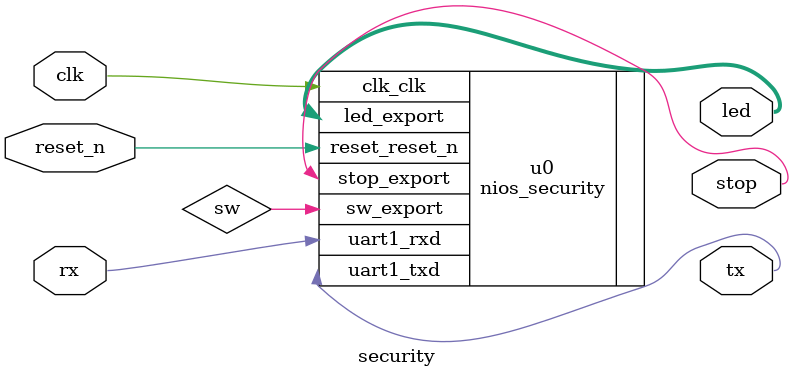
<source format=v>

module security(
clk,
reset_n,
//sw,
stop,//停止信号
led,//LED
rx,
tx
);

input clk;
input reset_n;
//input sw;
output stop;
input rx;
output tx;
output [9:0]led;


    nios_security u0 (
        .clk_clk       (clk),        
        .reset_reset_n (reset_n), 
        .stop_export(stop),
		  .sw_export     (sw),     
        .uart1_rxd     (rx),     
        .uart1_txd     (tx),      
		  .led_export (led[9:0])
    ); 

endmodule 
</source>
